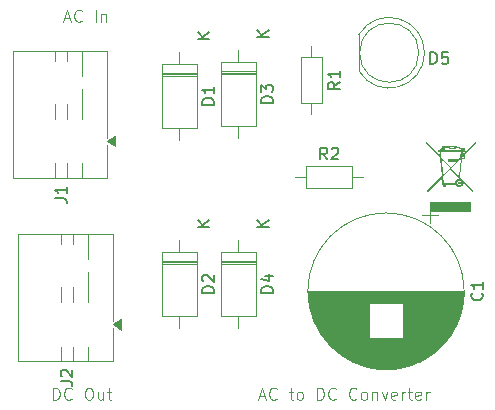
<source format=gbr>
%TF.GenerationSoftware,KiCad,Pcbnew,9.0.7*%
%TF.CreationDate,2026-02-22T20:56:26+05:30*%
%TF.ProjectId,555_timer,3535355f-7469-46d6-9572-2e6b69636164,rev?*%
%TF.SameCoordinates,Original*%
%TF.FileFunction,Legend,Top*%
%TF.FilePolarity,Positive*%
%FSLAX46Y46*%
G04 Gerber Fmt 4.6, Leading zero omitted, Abs format (unit mm)*
G04 Created by KiCad (PCBNEW 9.0.7) date 2026-02-22 20:56:26*
%MOMM*%
%LPD*%
G01*
G04 APERTURE LIST*
%ADD10C,0.100000*%
%ADD11C,0.150000*%
%ADD12C,0.120000*%
%ADD13C,0.000000*%
G04 APERTURE END LIST*
D10*
X143256265Y-110086704D02*
X143732455Y-110086704D01*
X143161027Y-110372419D02*
X143494360Y-109372419D01*
X143494360Y-109372419D02*
X143827693Y-110372419D01*
X144732455Y-110277180D02*
X144684836Y-110324800D01*
X144684836Y-110324800D02*
X144541979Y-110372419D01*
X144541979Y-110372419D02*
X144446741Y-110372419D01*
X144446741Y-110372419D02*
X144303884Y-110324800D01*
X144303884Y-110324800D02*
X144208646Y-110229561D01*
X144208646Y-110229561D02*
X144161027Y-110134323D01*
X144161027Y-110134323D02*
X144113408Y-109943847D01*
X144113408Y-109943847D02*
X144113408Y-109800990D01*
X144113408Y-109800990D02*
X144161027Y-109610514D01*
X144161027Y-109610514D02*
X144208646Y-109515276D01*
X144208646Y-109515276D02*
X144303884Y-109420038D01*
X144303884Y-109420038D02*
X144446741Y-109372419D01*
X144446741Y-109372419D02*
X144541979Y-109372419D01*
X144541979Y-109372419D02*
X144684836Y-109420038D01*
X144684836Y-109420038D02*
X144732455Y-109467657D01*
X145780075Y-109705752D02*
X146161027Y-109705752D01*
X145922932Y-109372419D02*
X145922932Y-110229561D01*
X145922932Y-110229561D02*
X145970551Y-110324800D01*
X145970551Y-110324800D02*
X146065789Y-110372419D01*
X146065789Y-110372419D02*
X146161027Y-110372419D01*
X146637218Y-110372419D02*
X146541980Y-110324800D01*
X146541980Y-110324800D02*
X146494361Y-110277180D01*
X146494361Y-110277180D02*
X146446742Y-110181942D01*
X146446742Y-110181942D02*
X146446742Y-109896228D01*
X146446742Y-109896228D02*
X146494361Y-109800990D01*
X146494361Y-109800990D02*
X146541980Y-109753371D01*
X146541980Y-109753371D02*
X146637218Y-109705752D01*
X146637218Y-109705752D02*
X146780075Y-109705752D01*
X146780075Y-109705752D02*
X146875313Y-109753371D01*
X146875313Y-109753371D02*
X146922932Y-109800990D01*
X146922932Y-109800990D02*
X146970551Y-109896228D01*
X146970551Y-109896228D02*
X146970551Y-110181942D01*
X146970551Y-110181942D02*
X146922932Y-110277180D01*
X146922932Y-110277180D02*
X146875313Y-110324800D01*
X146875313Y-110324800D02*
X146780075Y-110372419D01*
X146780075Y-110372419D02*
X146637218Y-110372419D01*
X148161028Y-110372419D02*
X148161028Y-109372419D01*
X148161028Y-109372419D02*
X148399123Y-109372419D01*
X148399123Y-109372419D02*
X148541980Y-109420038D01*
X148541980Y-109420038D02*
X148637218Y-109515276D01*
X148637218Y-109515276D02*
X148684837Y-109610514D01*
X148684837Y-109610514D02*
X148732456Y-109800990D01*
X148732456Y-109800990D02*
X148732456Y-109943847D01*
X148732456Y-109943847D02*
X148684837Y-110134323D01*
X148684837Y-110134323D02*
X148637218Y-110229561D01*
X148637218Y-110229561D02*
X148541980Y-110324800D01*
X148541980Y-110324800D02*
X148399123Y-110372419D01*
X148399123Y-110372419D02*
X148161028Y-110372419D01*
X149732456Y-110277180D02*
X149684837Y-110324800D01*
X149684837Y-110324800D02*
X149541980Y-110372419D01*
X149541980Y-110372419D02*
X149446742Y-110372419D01*
X149446742Y-110372419D02*
X149303885Y-110324800D01*
X149303885Y-110324800D02*
X149208647Y-110229561D01*
X149208647Y-110229561D02*
X149161028Y-110134323D01*
X149161028Y-110134323D02*
X149113409Y-109943847D01*
X149113409Y-109943847D02*
X149113409Y-109800990D01*
X149113409Y-109800990D02*
X149161028Y-109610514D01*
X149161028Y-109610514D02*
X149208647Y-109515276D01*
X149208647Y-109515276D02*
X149303885Y-109420038D01*
X149303885Y-109420038D02*
X149446742Y-109372419D01*
X149446742Y-109372419D02*
X149541980Y-109372419D01*
X149541980Y-109372419D02*
X149684837Y-109420038D01*
X149684837Y-109420038D02*
X149732456Y-109467657D01*
X151494361Y-110277180D02*
X151446742Y-110324800D01*
X151446742Y-110324800D02*
X151303885Y-110372419D01*
X151303885Y-110372419D02*
X151208647Y-110372419D01*
X151208647Y-110372419D02*
X151065790Y-110324800D01*
X151065790Y-110324800D02*
X150970552Y-110229561D01*
X150970552Y-110229561D02*
X150922933Y-110134323D01*
X150922933Y-110134323D02*
X150875314Y-109943847D01*
X150875314Y-109943847D02*
X150875314Y-109800990D01*
X150875314Y-109800990D02*
X150922933Y-109610514D01*
X150922933Y-109610514D02*
X150970552Y-109515276D01*
X150970552Y-109515276D02*
X151065790Y-109420038D01*
X151065790Y-109420038D02*
X151208647Y-109372419D01*
X151208647Y-109372419D02*
X151303885Y-109372419D01*
X151303885Y-109372419D02*
X151446742Y-109420038D01*
X151446742Y-109420038D02*
X151494361Y-109467657D01*
X152065790Y-110372419D02*
X151970552Y-110324800D01*
X151970552Y-110324800D02*
X151922933Y-110277180D01*
X151922933Y-110277180D02*
X151875314Y-110181942D01*
X151875314Y-110181942D02*
X151875314Y-109896228D01*
X151875314Y-109896228D02*
X151922933Y-109800990D01*
X151922933Y-109800990D02*
X151970552Y-109753371D01*
X151970552Y-109753371D02*
X152065790Y-109705752D01*
X152065790Y-109705752D02*
X152208647Y-109705752D01*
X152208647Y-109705752D02*
X152303885Y-109753371D01*
X152303885Y-109753371D02*
X152351504Y-109800990D01*
X152351504Y-109800990D02*
X152399123Y-109896228D01*
X152399123Y-109896228D02*
X152399123Y-110181942D01*
X152399123Y-110181942D02*
X152351504Y-110277180D01*
X152351504Y-110277180D02*
X152303885Y-110324800D01*
X152303885Y-110324800D02*
X152208647Y-110372419D01*
X152208647Y-110372419D02*
X152065790Y-110372419D01*
X152827695Y-109705752D02*
X152827695Y-110372419D01*
X152827695Y-109800990D02*
X152875314Y-109753371D01*
X152875314Y-109753371D02*
X152970552Y-109705752D01*
X152970552Y-109705752D02*
X153113409Y-109705752D01*
X153113409Y-109705752D02*
X153208647Y-109753371D01*
X153208647Y-109753371D02*
X153256266Y-109848609D01*
X153256266Y-109848609D02*
X153256266Y-110372419D01*
X153637219Y-109705752D02*
X153875314Y-110372419D01*
X153875314Y-110372419D02*
X154113409Y-109705752D01*
X154875314Y-110324800D02*
X154780076Y-110372419D01*
X154780076Y-110372419D02*
X154589600Y-110372419D01*
X154589600Y-110372419D02*
X154494362Y-110324800D01*
X154494362Y-110324800D02*
X154446743Y-110229561D01*
X154446743Y-110229561D02*
X154446743Y-109848609D01*
X154446743Y-109848609D02*
X154494362Y-109753371D01*
X154494362Y-109753371D02*
X154589600Y-109705752D01*
X154589600Y-109705752D02*
X154780076Y-109705752D01*
X154780076Y-109705752D02*
X154875314Y-109753371D01*
X154875314Y-109753371D02*
X154922933Y-109848609D01*
X154922933Y-109848609D02*
X154922933Y-109943847D01*
X154922933Y-109943847D02*
X154446743Y-110039085D01*
X155351505Y-110372419D02*
X155351505Y-109705752D01*
X155351505Y-109896228D02*
X155399124Y-109800990D01*
X155399124Y-109800990D02*
X155446743Y-109753371D01*
X155446743Y-109753371D02*
X155541981Y-109705752D01*
X155541981Y-109705752D02*
X155637219Y-109705752D01*
X155827696Y-109705752D02*
X156208648Y-109705752D01*
X155970553Y-109372419D02*
X155970553Y-110229561D01*
X155970553Y-110229561D02*
X156018172Y-110324800D01*
X156018172Y-110324800D02*
X156113410Y-110372419D01*
X156113410Y-110372419D02*
X156208648Y-110372419D01*
X156922934Y-110324800D02*
X156827696Y-110372419D01*
X156827696Y-110372419D02*
X156637220Y-110372419D01*
X156637220Y-110372419D02*
X156541982Y-110324800D01*
X156541982Y-110324800D02*
X156494363Y-110229561D01*
X156494363Y-110229561D02*
X156494363Y-109848609D01*
X156494363Y-109848609D02*
X156541982Y-109753371D01*
X156541982Y-109753371D02*
X156637220Y-109705752D01*
X156637220Y-109705752D02*
X156827696Y-109705752D01*
X156827696Y-109705752D02*
X156922934Y-109753371D01*
X156922934Y-109753371D02*
X156970553Y-109848609D01*
X156970553Y-109848609D02*
X156970553Y-109943847D01*
X156970553Y-109943847D02*
X156494363Y-110039085D01*
X157399125Y-110372419D02*
X157399125Y-109705752D01*
X157399125Y-109896228D02*
X157446744Y-109800990D01*
X157446744Y-109800990D02*
X157494363Y-109753371D01*
X157494363Y-109753371D02*
X157589601Y-109705752D01*
X157589601Y-109705752D02*
X157684839Y-109705752D01*
X126756265Y-78086704D02*
X127232455Y-78086704D01*
X126661027Y-78372419D02*
X126994360Y-77372419D01*
X126994360Y-77372419D02*
X127327693Y-78372419D01*
X128232455Y-78277180D02*
X128184836Y-78324800D01*
X128184836Y-78324800D02*
X128041979Y-78372419D01*
X128041979Y-78372419D02*
X127946741Y-78372419D01*
X127946741Y-78372419D02*
X127803884Y-78324800D01*
X127803884Y-78324800D02*
X127708646Y-78229561D01*
X127708646Y-78229561D02*
X127661027Y-78134323D01*
X127661027Y-78134323D02*
X127613408Y-77943847D01*
X127613408Y-77943847D02*
X127613408Y-77800990D01*
X127613408Y-77800990D02*
X127661027Y-77610514D01*
X127661027Y-77610514D02*
X127708646Y-77515276D01*
X127708646Y-77515276D02*
X127803884Y-77420038D01*
X127803884Y-77420038D02*
X127946741Y-77372419D01*
X127946741Y-77372419D02*
X128041979Y-77372419D01*
X128041979Y-77372419D02*
X128184836Y-77420038D01*
X128184836Y-77420038D02*
X128232455Y-77467657D01*
X129422932Y-78372419D02*
X129422932Y-77372419D01*
X129899122Y-77705752D02*
X129899122Y-78372419D01*
X129899122Y-77800990D02*
X129946741Y-77753371D01*
X129946741Y-77753371D02*
X130041979Y-77705752D01*
X130041979Y-77705752D02*
X130184836Y-77705752D01*
X130184836Y-77705752D02*
X130280074Y-77753371D01*
X130280074Y-77753371D02*
X130327693Y-77848609D01*
X130327693Y-77848609D02*
X130327693Y-78372419D01*
X125803884Y-110372419D02*
X125803884Y-109372419D01*
X125803884Y-109372419D02*
X126041979Y-109372419D01*
X126041979Y-109372419D02*
X126184836Y-109420038D01*
X126184836Y-109420038D02*
X126280074Y-109515276D01*
X126280074Y-109515276D02*
X126327693Y-109610514D01*
X126327693Y-109610514D02*
X126375312Y-109800990D01*
X126375312Y-109800990D02*
X126375312Y-109943847D01*
X126375312Y-109943847D02*
X126327693Y-110134323D01*
X126327693Y-110134323D02*
X126280074Y-110229561D01*
X126280074Y-110229561D02*
X126184836Y-110324800D01*
X126184836Y-110324800D02*
X126041979Y-110372419D01*
X126041979Y-110372419D02*
X125803884Y-110372419D01*
X127375312Y-110277180D02*
X127327693Y-110324800D01*
X127327693Y-110324800D02*
X127184836Y-110372419D01*
X127184836Y-110372419D02*
X127089598Y-110372419D01*
X127089598Y-110372419D02*
X126946741Y-110324800D01*
X126946741Y-110324800D02*
X126851503Y-110229561D01*
X126851503Y-110229561D02*
X126803884Y-110134323D01*
X126803884Y-110134323D02*
X126756265Y-109943847D01*
X126756265Y-109943847D02*
X126756265Y-109800990D01*
X126756265Y-109800990D02*
X126803884Y-109610514D01*
X126803884Y-109610514D02*
X126851503Y-109515276D01*
X126851503Y-109515276D02*
X126946741Y-109420038D01*
X126946741Y-109420038D02*
X127089598Y-109372419D01*
X127089598Y-109372419D02*
X127184836Y-109372419D01*
X127184836Y-109372419D02*
X127327693Y-109420038D01*
X127327693Y-109420038D02*
X127375312Y-109467657D01*
X128756265Y-109372419D02*
X128946741Y-109372419D01*
X128946741Y-109372419D02*
X129041979Y-109420038D01*
X129041979Y-109420038D02*
X129137217Y-109515276D01*
X129137217Y-109515276D02*
X129184836Y-109705752D01*
X129184836Y-109705752D02*
X129184836Y-110039085D01*
X129184836Y-110039085D02*
X129137217Y-110229561D01*
X129137217Y-110229561D02*
X129041979Y-110324800D01*
X129041979Y-110324800D02*
X128946741Y-110372419D01*
X128946741Y-110372419D02*
X128756265Y-110372419D01*
X128756265Y-110372419D02*
X128661027Y-110324800D01*
X128661027Y-110324800D02*
X128565789Y-110229561D01*
X128565789Y-110229561D02*
X128518170Y-110039085D01*
X128518170Y-110039085D02*
X128518170Y-109705752D01*
X128518170Y-109705752D02*
X128565789Y-109515276D01*
X128565789Y-109515276D02*
X128661027Y-109420038D01*
X128661027Y-109420038D02*
X128756265Y-109372419D01*
X130041979Y-109705752D02*
X130041979Y-110372419D01*
X129613408Y-109705752D02*
X129613408Y-110229561D01*
X129613408Y-110229561D02*
X129661027Y-110324800D01*
X129661027Y-110324800D02*
X129756265Y-110372419D01*
X129756265Y-110372419D02*
X129899122Y-110372419D01*
X129899122Y-110372419D02*
X129994360Y-110324800D01*
X129994360Y-110324800D02*
X130041979Y-110277180D01*
X130375313Y-109705752D02*
X130756265Y-109705752D01*
X130518170Y-109372419D02*
X130518170Y-110229561D01*
X130518170Y-110229561D02*
X130565789Y-110324800D01*
X130565789Y-110324800D02*
X130661027Y-110372419D01*
X130661027Y-110372419D02*
X130756265Y-110372419D01*
D11*
X144424819Y-85238094D02*
X143424819Y-85238094D01*
X143424819Y-85238094D02*
X143424819Y-84999999D01*
X143424819Y-84999999D02*
X143472438Y-84857142D01*
X143472438Y-84857142D02*
X143567676Y-84761904D01*
X143567676Y-84761904D02*
X143662914Y-84714285D01*
X143662914Y-84714285D02*
X143853390Y-84666666D01*
X143853390Y-84666666D02*
X143996247Y-84666666D01*
X143996247Y-84666666D02*
X144186723Y-84714285D01*
X144186723Y-84714285D02*
X144281961Y-84761904D01*
X144281961Y-84761904D02*
X144377200Y-84857142D01*
X144377200Y-84857142D02*
X144424819Y-84999999D01*
X144424819Y-84999999D02*
X144424819Y-85238094D01*
X143424819Y-84333332D02*
X143424819Y-83714285D01*
X143424819Y-83714285D02*
X143805771Y-84047618D01*
X143805771Y-84047618D02*
X143805771Y-83904761D01*
X143805771Y-83904761D02*
X143853390Y-83809523D01*
X143853390Y-83809523D02*
X143901009Y-83761904D01*
X143901009Y-83761904D02*
X143996247Y-83714285D01*
X143996247Y-83714285D02*
X144234342Y-83714285D01*
X144234342Y-83714285D02*
X144329580Y-83761904D01*
X144329580Y-83761904D02*
X144377200Y-83809523D01*
X144377200Y-83809523D02*
X144424819Y-83904761D01*
X144424819Y-83904761D02*
X144424819Y-84190475D01*
X144424819Y-84190475D02*
X144377200Y-84285713D01*
X144377200Y-84285713D02*
X144329580Y-84333332D01*
X144054819Y-79681904D02*
X143054819Y-79681904D01*
X144054819Y-79110476D02*
X143483390Y-79539047D01*
X143054819Y-79110476D02*
X143626247Y-79681904D01*
X157761905Y-81954819D02*
X157761905Y-80954819D01*
X157761905Y-80954819D02*
X158000000Y-80954819D01*
X158000000Y-80954819D02*
X158142857Y-81002438D01*
X158142857Y-81002438D02*
X158238095Y-81097676D01*
X158238095Y-81097676D02*
X158285714Y-81192914D01*
X158285714Y-81192914D02*
X158333333Y-81383390D01*
X158333333Y-81383390D02*
X158333333Y-81526247D01*
X158333333Y-81526247D02*
X158285714Y-81716723D01*
X158285714Y-81716723D02*
X158238095Y-81811961D01*
X158238095Y-81811961D02*
X158142857Y-81907200D01*
X158142857Y-81907200D02*
X158000000Y-81954819D01*
X158000000Y-81954819D02*
X157761905Y-81954819D01*
X159238095Y-80954819D02*
X158761905Y-80954819D01*
X158761905Y-80954819D02*
X158714286Y-81431009D01*
X158714286Y-81431009D02*
X158761905Y-81383390D01*
X158761905Y-81383390D02*
X158857143Y-81335771D01*
X158857143Y-81335771D02*
X159095238Y-81335771D01*
X159095238Y-81335771D02*
X159190476Y-81383390D01*
X159190476Y-81383390D02*
X159238095Y-81431009D01*
X159238095Y-81431009D02*
X159285714Y-81526247D01*
X159285714Y-81526247D02*
X159285714Y-81764342D01*
X159285714Y-81764342D02*
X159238095Y-81859580D01*
X159238095Y-81859580D02*
X159190476Y-81907200D01*
X159190476Y-81907200D02*
X159095238Y-81954819D01*
X159095238Y-81954819D02*
X158857143Y-81954819D01*
X158857143Y-81954819D02*
X158761905Y-81907200D01*
X158761905Y-81907200D02*
X158714286Y-81859580D01*
X139424819Y-85398094D02*
X138424819Y-85398094D01*
X138424819Y-85398094D02*
X138424819Y-85159999D01*
X138424819Y-85159999D02*
X138472438Y-85017142D01*
X138472438Y-85017142D02*
X138567676Y-84921904D01*
X138567676Y-84921904D02*
X138662914Y-84874285D01*
X138662914Y-84874285D02*
X138853390Y-84826666D01*
X138853390Y-84826666D02*
X138996247Y-84826666D01*
X138996247Y-84826666D02*
X139186723Y-84874285D01*
X139186723Y-84874285D02*
X139281961Y-84921904D01*
X139281961Y-84921904D02*
X139377200Y-85017142D01*
X139377200Y-85017142D02*
X139424819Y-85159999D01*
X139424819Y-85159999D02*
X139424819Y-85398094D01*
X139424819Y-83874285D02*
X139424819Y-84445713D01*
X139424819Y-84159999D02*
X138424819Y-84159999D01*
X138424819Y-84159999D02*
X138567676Y-84255237D01*
X138567676Y-84255237D02*
X138662914Y-84350475D01*
X138662914Y-84350475D02*
X138710533Y-84445713D01*
X139054819Y-79841904D02*
X138054819Y-79841904D01*
X139054819Y-79270476D02*
X138483390Y-79699047D01*
X138054819Y-79270476D02*
X138626247Y-79841904D01*
X144424819Y-101318094D02*
X143424819Y-101318094D01*
X143424819Y-101318094D02*
X143424819Y-101079999D01*
X143424819Y-101079999D02*
X143472438Y-100937142D01*
X143472438Y-100937142D02*
X143567676Y-100841904D01*
X143567676Y-100841904D02*
X143662914Y-100794285D01*
X143662914Y-100794285D02*
X143853390Y-100746666D01*
X143853390Y-100746666D02*
X143996247Y-100746666D01*
X143996247Y-100746666D02*
X144186723Y-100794285D01*
X144186723Y-100794285D02*
X144281961Y-100841904D01*
X144281961Y-100841904D02*
X144377200Y-100937142D01*
X144377200Y-100937142D02*
X144424819Y-101079999D01*
X144424819Y-101079999D02*
X144424819Y-101318094D01*
X143758152Y-99889523D02*
X144424819Y-99889523D01*
X143377200Y-100127618D02*
X144091485Y-100365713D01*
X144091485Y-100365713D02*
X144091485Y-99746666D01*
X144054819Y-95761904D02*
X143054819Y-95761904D01*
X144054819Y-95190476D02*
X143483390Y-95619047D01*
X143054819Y-95190476D02*
X143626247Y-95761904D01*
X139424819Y-101318094D02*
X138424819Y-101318094D01*
X138424819Y-101318094D02*
X138424819Y-101079999D01*
X138424819Y-101079999D02*
X138472438Y-100937142D01*
X138472438Y-100937142D02*
X138567676Y-100841904D01*
X138567676Y-100841904D02*
X138662914Y-100794285D01*
X138662914Y-100794285D02*
X138853390Y-100746666D01*
X138853390Y-100746666D02*
X138996247Y-100746666D01*
X138996247Y-100746666D02*
X139186723Y-100794285D01*
X139186723Y-100794285D02*
X139281961Y-100841904D01*
X139281961Y-100841904D02*
X139377200Y-100937142D01*
X139377200Y-100937142D02*
X139424819Y-101079999D01*
X139424819Y-101079999D02*
X139424819Y-101318094D01*
X138520057Y-100365713D02*
X138472438Y-100318094D01*
X138472438Y-100318094D02*
X138424819Y-100222856D01*
X138424819Y-100222856D02*
X138424819Y-99984761D01*
X138424819Y-99984761D02*
X138472438Y-99889523D01*
X138472438Y-99889523D02*
X138520057Y-99841904D01*
X138520057Y-99841904D02*
X138615295Y-99794285D01*
X138615295Y-99794285D02*
X138710533Y-99794285D01*
X138710533Y-99794285D02*
X138853390Y-99841904D01*
X138853390Y-99841904D02*
X139424819Y-100413332D01*
X139424819Y-100413332D02*
X139424819Y-99794285D01*
X139054819Y-95761904D02*
X138054819Y-95761904D01*
X139054819Y-95190476D02*
X138483390Y-95619047D01*
X138054819Y-95190476D02*
X138626247Y-95761904D01*
X126454819Y-108833333D02*
X127169104Y-108833333D01*
X127169104Y-108833333D02*
X127311961Y-108880952D01*
X127311961Y-108880952D02*
X127407200Y-108976190D01*
X127407200Y-108976190D02*
X127454819Y-109119047D01*
X127454819Y-109119047D02*
X127454819Y-109214285D01*
X126550057Y-108404761D02*
X126502438Y-108357142D01*
X126502438Y-108357142D02*
X126454819Y-108261904D01*
X126454819Y-108261904D02*
X126454819Y-108023809D01*
X126454819Y-108023809D02*
X126502438Y-107928571D01*
X126502438Y-107928571D02*
X126550057Y-107880952D01*
X126550057Y-107880952D02*
X126645295Y-107833333D01*
X126645295Y-107833333D02*
X126740533Y-107833333D01*
X126740533Y-107833333D02*
X126883390Y-107880952D01*
X126883390Y-107880952D02*
X127454819Y-108452380D01*
X127454819Y-108452380D02*
X127454819Y-107833333D01*
X150064819Y-83476666D02*
X149588628Y-83809999D01*
X150064819Y-84048094D02*
X149064819Y-84048094D01*
X149064819Y-84048094D02*
X149064819Y-83667142D01*
X149064819Y-83667142D02*
X149112438Y-83571904D01*
X149112438Y-83571904D02*
X149160057Y-83524285D01*
X149160057Y-83524285D02*
X149255295Y-83476666D01*
X149255295Y-83476666D02*
X149398152Y-83476666D01*
X149398152Y-83476666D02*
X149493390Y-83524285D01*
X149493390Y-83524285D02*
X149541009Y-83571904D01*
X149541009Y-83571904D02*
X149588628Y-83667142D01*
X149588628Y-83667142D02*
X149588628Y-84048094D01*
X150064819Y-82524285D02*
X150064819Y-83095713D01*
X150064819Y-82809999D02*
X149064819Y-82809999D01*
X149064819Y-82809999D02*
X149207676Y-82905237D01*
X149207676Y-82905237D02*
X149302914Y-83000475D01*
X149302914Y-83000475D02*
X149350533Y-83095713D01*
X125954819Y-93333333D02*
X126669104Y-93333333D01*
X126669104Y-93333333D02*
X126811961Y-93380952D01*
X126811961Y-93380952D02*
X126907200Y-93476190D01*
X126907200Y-93476190D02*
X126954819Y-93619047D01*
X126954819Y-93619047D02*
X126954819Y-93714285D01*
X126954819Y-92333333D02*
X126954819Y-92904761D01*
X126954819Y-92619047D02*
X125954819Y-92619047D01*
X125954819Y-92619047D02*
X126097676Y-92714285D01*
X126097676Y-92714285D02*
X126192914Y-92809523D01*
X126192914Y-92809523D02*
X126240533Y-92904761D01*
X162109580Y-101351451D02*
X162157200Y-101399070D01*
X162157200Y-101399070D02*
X162204819Y-101541927D01*
X162204819Y-101541927D02*
X162204819Y-101637165D01*
X162204819Y-101637165D02*
X162157200Y-101780022D01*
X162157200Y-101780022D02*
X162061961Y-101875260D01*
X162061961Y-101875260D02*
X161966723Y-101922879D01*
X161966723Y-101922879D02*
X161776247Y-101970498D01*
X161776247Y-101970498D02*
X161633390Y-101970498D01*
X161633390Y-101970498D02*
X161442914Y-101922879D01*
X161442914Y-101922879D02*
X161347676Y-101875260D01*
X161347676Y-101875260D02*
X161252438Y-101780022D01*
X161252438Y-101780022D02*
X161204819Y-101637165D01*
X161204819Y-101637165D02*
X161204819Y-101541927D01*
X161204819Y-101541927D02*
X161252438Y-101399070D01*
X161252438Y-101399070D02*
X161300057Y-101351451D01*
X162204819Y-100399070D02*
X162204819Y-100970498D01*
X162204819Y-100684784D02*
X161204819Y-100684784D01*
X161204819Y-100684784D02*
X161347676Y-100780022D01*
X161347676Y-100780022D02*
X161442914Y-100875260D01*
X161442914Y-100875260D02*
X161490533Y-100970498D01*
X149023333Y-90034819D02*
X148690000Y-89558628D01*
X148451905Y-90034819D02*
X148451905Y-89034819D01*
X148451905Y-89034819D02*
X148832857Y-89034819D01*
X148832857Y-89034819D02*
X148928095Y-89082438D01*
X148928095Y-89082438D02*
X148975714Y-89130057D01*
X148975714Y-89130057D02*
X149023333Y-89225295D01*
X149023333Y-89225295D02*
X149023333Y-89368152D01*
X149023333Y-89368152D02*
X148975714Y-89463390D01*
X148975714Y-89463390D02*
X148928095Y-89511009D01*
X148928095Y-89511009D02*
X148832857Y-89558628D01*
X148832857Y-89558628D02*
X148451905Y-89558628D01*
X149404286Y-89130057D02*
X149451905Y-89082438D01*
X149451905Y-89082438D02*
X149547143Y-89034819D01*
X149547143Y-89034819D02*
X149785238Y-89034819D01*
X149785238Y-89034819D02*
X149880476Y-89082438D01*
X149880476Y-89082438D02*
X149928095Y-89130057D01*
X149928095Y-89130057D02*
X149975714Y-89225295D01*
X149975714Y-89225295D02*
X149975714Y-89320533D01*
X149975714Y-89320533D02*
X149928095Y-89463390D01*
X149928095Y-89463390D02*
X149356667Y-90034819D01*
X149356667Y-90034819D02*
X149975714Y-90034819D01*
D12*
%TO.C,D3*%
X141500000Y-80760000D02*
X141500000Y-81780000D01*
X141500000Y-88240000D02*
X141500000Y-87220000D01*
X142970000Y-82560000D02*
X140030000Y-82560000D01*
X142970000Y-82680000D02*
X140030000Y-82680000D01*
X142970000Y-82800000D02*
X140030000Y-82800000D01*
X142970000Y-81780000D02*
X140030000Y-81780000D01*
X140030000Y-87220000D01*
X142970000Y-87220000D01*
X142970000Y-81780000D01*
%TO.C,D5*%
X151710000Y-79455000D02*
X151710000Y-82545000D01*
X151710000Y-79455170D02*
G75*
G02*
X157260000Y-81000000I2560000J-1544830D01*
G01*
X157260000Y-81000000D02*
G75*
G02*
X151710000Y-82544830I-2990000J0D01*
G01*
X156770000Y-81000000D02*
G75*
G02*
X151770000Y-81000000I-2500000J0D01*
G01*
X151770000Y-81000000D02*
G75*
G02*
X156770000Y-81000000I2500000J0D01*
G01*
%TO.C,D1*%
X136500000Y-80920000D02*
X136500000Y-81940000D01*
X136500000Y-88400000D02*
X136500000Y-87380000D01*
X137970000Y-82720000D02*
X135030000Y-82720000D01*
X137970000Y-82840000D02*
X135030000Y-82840000D01*
X137970000Y-82960000D02*
X135030000Y-82960000D01*
X137970000Y-81940000D02*
X135030000Y-81940000D01*
X135030000Y-87380000D01*
X137970000Y-87380000D01*
X137970000Y-81940000D01*
%TO.C,D4*%
X141500000Y-96840000D02*
X141500000Y-97860000D01*
X141500000Y-104320000D02*
X141500000Y-103300000D01*
X142970000Y-98640000D02*
X140030000Y-98640000D01*
X142970000Y-98760000D02*
X140030000Y-98760000D01*
X142970000Y-98880000D02*
X140030000Y-98880000D01*
X142970000Y-97860000D02*
X140030000Y-97860000D01*
X140030000Y-103300000D01*
X142970000Y-103300000D01*
X142970000Y-97860000D01*
%TO.C,D2*%
X136500000Y-96840000D02*
X136500000Y-97860000D01*
X136500000Y-104320000D02*
X136500000Y-103300000D01*
X137970000Y-98640000D02*
X135030000Y-98640000D01*
X137970000Y-98760000D02*
X135030000Y-98760000D01*
X137970000Y-98880000D02*
X135030000Y-98880000D01*
X137970000Y-97860000D02*
X135030000Y-97860000D01*
X135030000Y-103300000D01*
X137970000Y-103300000D01*
X137970000Y-97860000D01*
D13*
%TO.C,REF\u002A\u002A*%
G36*
X161229339Y-94492414D02*
G01*
X157733777Y-94492414D01*
X157733777Y-93641218D01*
X161229339Y-93641218D01*
X161229339Y-94492414D01*
G37*
G36*
X160209894Y-91910495D02*
G01*
X160215855Y-91910949D01*
X160221729Y-91911695D01*
X160227508Y-91912727D01*
X160233187Y-91914038D01*
X160238756Y-91915620D01*
X160244210Y-91917465D01*
X160249540Y-91919567D01*
X160254739Y-91921917D01*
X160259800Y-91924509D01*
X160264715Y-91927336D01*
X160269477Y-91930389D01*
X160274079Y-91933661D01*
X160278513Y-91937146D01*
X160282772Y-91940835D01*
X160286848Y-91944721D01*
X160290735Y-91948798D01*
X160294424Y-91953057D01*
X160297908Y-91957491D01*
X160301181Y-91962093D01*
X160304234Y-91966855D01*
X160307060Y-91971770D01*
X160309652Y-91976831D01*
X160312003Y-91982030D01*
X160314105Y-91987360D01*
X160315950Y-91992813D01*
X160317532Y-91998383D01*
X160318842Y-92004061D01*
X160319875Y-92009841D01*
X160320621Y-92015715D01*
X160321074Y-92021675D01*
X160321227Y-92027715D01*
X160321074Y-92033755D01*
X160320621Y-92039715D01*
X160319875Y-92045589D01*
X160318842Y-92051368D01*
X160317532Y-92057046D01*
X160315950Y-92062616D01*
X160314105Y-92068069D01*
X160312003Y-92073399D01*
X160309652Y-92078597D01*
X160307060Y-92083658D01*
X160304234Y-92088573D01*
X160301181Y-92093334D01*
X160297908Y-92097936D01*
X160294424Y-92102369D01*
X160290735Y-92106628D01*
X160286848Y-92110703D01*
X160282772Y-92114589D01*
X160278513Y-92118278D01*
X160274079Y-92121762D01*
X160269477Y-92125034D01*
X160264715Y-92128087D01*
X160259800Y-92130913D01*
X160254739Y-92133504D01*
X160249540Y-92135855D01*
X160244210Y-92137956D01*
X160238756Y-92139801D01*
X160233187Y-92141383D01*
X160227508Y-92142693D01*
X160221729Y-92143725D01*
X160215855Y-92144471D01*
X160209894Y-92144925D01*
X160203855Y-92145077D01*
X160197815Y-92144925D01*
X160191855Y-92144471D01*
X160185981Y-92143725D01*
X160180201Y-92142693D01*
X160174523Y-92141383D01*
X160168953Y-92139801D01*
X160163500Y-92137956D01*
X160158170Y-92135855D01*
X160152970Y-92133504D01*
X160147910Y-92130913D01*
X160142994Y-92128087D01*
X160138232Y-92125034D01*
X160133630Y-92121762D01*
X160129196Y-92118278D01*
X160124937Y-92114589D01*
X160120861Y-92110703D01*
X160116975Y-92106628D01*
X160113285Y-92102369D01*
X160109801Y-92097936D01*
X160106528Y-92093334D01*
X160103475Y-92088572D01*
X160100649Y-92083658D01*
X160098057Y-92078597D01*
X160095706Y-92073399D01*
X160093605Y-92068069D01*
X160091759Y-92062616D01*
X160090178Y-92057046D01*
X160088867Y-92051368D01*
X160087835Y-92045589D01*
X160087088Y-92039715D01*
X160086635Y-92033755D01*
X160086482Y-92027715D01*
X160086635Y-92021676D01*
X160087088Y-92015715D01*
X160087835Y-92009841D01*
X160088867Y-92004062D01*
X160090178Y-91998383D01*
X160091759Y-91992814D01*
X160093605Y-91987360D01*
X160095706Y-91982030D01*
X160098057Y-91976831D01*
X160100649Y-91971770D01*
X160103475Y-91966855D01*
X160106528Y-91962093D01*
X160109801Y-91957491D01*
X160113285Y-91953057D01*
X160116975Y-91948798D01*
X160120861Y-91944722D01*
X160124937Y-91940835D01*
X160129196Y-91937146D01*
X160133630Y-91933661D01*
X160138232Y-91930389D01*
X160142994Y-91927336D01*
X160147910Y-91924510D01*
X160152970Y-91921917D01*
X160158170Y-91919567D01*
X160163500Y-91917465D01*
X160168953Y-91915620D01*
X160174523Y-91914038D01*
X160180201Y-91912727D01*
X160185981Y-91911695D01*
X160191855Y-91910949D01*
X160197815Y-91910495D01*
X160203855Y-91910343D01*
X160209894Y-91910495D01*
G37*
G36*
X161620808Y-88627235D02*
G01*
X160697785Y-89567430D01*
X160716999Y-89567430D01*
X160716999Y-89988117D01*
X160442209Y-89988117D01*
X160295478Y-91562478D01*
X161380875Y-92705587D01*
X161308868Y-92773925D01*
X160546551Y-91969773D01*
X160547664Y-91976862D01*
X160548634Y-91983998D01*
X160549459Y-91991180D01*
X160550138Y-91998405D01*
X160550669Y-92005672D01*
X160551050Y-92012981D01*
X160551280Y-92020329D01*
X160551357Y-92027715D01*
X160550905Y-92045598D01*
X160549563Y-92063246D01*
X160547353Y-92080637D01*
X160544297Y-92097750D01*
X160540417Y-92114562D01*
X160535734Y-92131052D01*
X160530271Y-92147198D01*
X160524049Y-92162979D01*
X160517090Y-92178371D01*
X160509416Y-92193355D01*
X160501049Y-92207907D01*
X160492010Y-92222005D01*
X160482322Y-92235629D01*
X160472006Y-92248756D01*
X160461084Y-92261365D01*
X160449578Y-92273433D01*
X160437510Y-92284938D01*
X160424902Y-92295860D01*
X160411774Y-92306176D01*
X160398150Y-92315864D01*
X160384052Y-92324902D01*
X160369500Y-92333269D01*
X160354516Y-92340942D01*
X160339124Y-92347901D01*
X160323344Y-92354123D01*
X160307198Y-92359586D01*
X160290708Y-92364268D01*
X160273896Y-92368148D01*
X160256784Y-92371204D01*
X160239393Y-92373413D01*
X160221746Y-92374755D01*
X160203864Y-92375207D01*
X160179092Y-92374338D01*
X160154788Y-92371769D01*
X160131012Y-92367559D01*
X160107821Y-92361766D01*
X160085276Y-92354449D01*
X160063433Y-92345666D01*
X160042352Y-92335475D01*
X160022091Y-92323936D01*
X160002709Y-92311106D01*
X159984264Y-92297045D01*
X159966814Y-92281810D01*
X159950419Y-92265460D01*
X159935136Y-92248054D01*
X159921024Y-92229649D01*
X159908143Y-92210305D01*
X159896549Y-92190080D01*
X159046771Y-92190080D01*
X159046771Y-92371608D01*
X158823196Y-92371608D01*
X158823196Y-92189617D01*
X158820746Y-92189211D01*
X158818305Y-92188684D01*
X158815879Y-92188039D01*
X158813471Y-92187282D01*
X158811085Y-92186415D01*
X158808726Y-92185442D01*
X158806396Y-92184366D01*
X158804101Y-92183192D01*
X158799629Y-92180563D01*
X158795342Y-92177582D01*
X158791272Y-92174280D01*
X158787450Y-92170687D01*
X158783909Y-92166830D01*
X158780680Y-92162739D01*
X158777795Y-92158445D01*
X158776492Y-92156230D01*
X158775287Y-92153975D01*
X158774184Y-92151684D01*
X158773188Y-92149360D01*
X158772301Y-92147007D01*
X158771528Y-92144628D01*
X158770874Y-92142228D01*
X158770341Y-92139809D01*
X158769934Y-92137377D01*
X158769658Y-92134933D01*
X158721921Y-91580073D01*
X157537530Y-92786503D01*
X157466728Y-92716928D01*
X158695348Y-91466662D01*
X158833250Y-91466662D01*
X158885100Y-92069440D01*
X159858826Y-92069440D01*
X159858252Y-92064297D01*
X159857752Y-92059133D01*
X159857327Y-92053946D01*
X159856978Y-92048740D01*
X159856706Y-92043512D01*
X159856510Y-92038265D01*
X159856392Y-92033000D01*
X159856352Y-92027715D01*
X160023131Y-92027715D01*
X160023366Y-92037015D01*
X160024064Y-92046193D01*
X160025213Y-92055237D01*
X160026802Y-92064136D01*
X160028820Y-92072880D01*
X160031255Y-92081456D01*
X160034096Y-92089853D01*
X160037332Y-92098060D01*
X160040951Y-92106065D01*
X160044942Y-92113857D01*
X160049293Y-92121425D01*
X160053994Y-92128758D01*
X160059032Y-92135844D01*
X160064397Y-92142671D01*
X160070077Y-92149228D01*
X160076061Y-92155505D01*
X160082337Y-92161489D01*
X160088895Y-92167169D01*
X160095722Y-92172534D01*
X160102807Y-92177573D01*
X160110140Y-92182274D01*
X160117708Y-92186626D01*
X160125500Y-92190617D01*
X160133506Y-92194236D01*
X160141713Y-92197472D01*
X160150110Y-92200313D01*
X160158686Y-92202749D01*
X160167430Y-92204767D01*
X160176330Y-92206356D01*
X160185375Y-92207506D01*
X160194554Y-92208204D01*
X160203854Y-92208439D01*
X160213154Y-92208204D01*
X160222332Y-92207506D01*
X160231376Y-92206356D01*
X160240276Y-92204767D01*
X160249019Y-92202749D01*
X160257595Y-92200313D01*
X160265992Y-92197472D01*
X160274199Y-92194236D01*
X160282204Y-92190617D01*
X160289997Y-92186626D01*
X160297565Y-92182274D01*
X160304897Y-92177573D01*
X160311983Y-92172534D01*
X160318810Y-92167169D01*
X160325368Y-92161489D01*
X160331644Y-92155505D01*
X160337628Y-92149228D01*
X160343309Y-92142671D01*
X160348674Y-92135844D01*
X160353712Y-92128758D01*
X160358413Y-92121425D01*
X160362765Y-92113857D01*
X160366756Y-92106065D01*
X160370375Y-92098060D01*
X160373611Y-92089853D01*
X160376453Y-92081456D01*
X160378888Y-92072880D01*
X160380906Y-92064136D01*
X160382496Y-92055237D01*
X160383645Y-92046193D01*
X160384343Y-92037015D01*
X160384578Y-92027715D01*
X160384343Y-92018415D01*
X160383645Y-92009236D01*
X160382496Y-92000191D01*
X160380906Y-91991291D01*
X160378888Y-91982547D01*
X160376453Y-91973971D01*
X160373611Y-91965574D01*
X160370375Y-91957366D01*
X160366756Y-91949361D01*
X160362765Y-91941568D01*
X160358413Y-91934000D01*
X160353712Y-91926668D01*
X160348674Y-91919582D01*
X160343309Y-91912755D01*
X160337628Y-91906198D01*
X160331644Y-91899922D01*
X160325368Y-91893938D01*
X160318810Y-91888258D01*
X160311983Y-91882893D01*
X160304897Y-91877854D01*
X160297565Y-91873154D01*
X160289997Y-91868802D01*
X160282204Y-91864812D01*
X160274199Y-91861193D01*
X160265992Y-91857957D01*
X160257595Y-91855116D01*
X160249019Y-91852681D01*
X160240276Y-91850663D01*
X160231376Y-91849074D01*
X160222332Y-91847924D01*
X160213154Y-91847226D01*
X160203854Y-91846991D01*
X160194554Y-91847226D01*
X160185375Y-91847924D01*
X160176331Y-91849074D01*
X160167430Y-91850663D01*
X160158687Y-91852681D01*
X160150110Y-91855116D01*
X160141713Y-91857957D01*
X160133506Y-91861193D01*
X160125500Y-91864812D01*
X160117708Y-91868802D01*
X160110140Y-91873154D01*
X160102807Y-91877854D01*
X160095722Y-91882893D01*
X160088895Y-91888258D01*
X160082337Y-91893938D01*
X160076061Y-91899922D01*
X160070077Y-91906198D01*
X160064397Y-91912755D01*
X160059032Y-91919582D01*
X160053994Y-91926668D01*
X160049293Y-91934000D01*
X160044942Y-91941568D01*
X160040951Y-91949361D01*
X160037332Y-91957366D01*
X160034096Y-91965574D01*
X160031255Y-91973971D01*
X160028820Y-91982547D01*
X160026802Y-91991291D01*
X160025213Y-92000191D01*
X160024064Y-92009236D01*
X160023366Y-92018415D01*
X160023131Y-92027715D01*
X159856352Y-92027715D01*
X159856742Y-92011109D01*
X159857900Y-91994704D01*
X159859808Y-91978517D01*
X159862449Y-91962567D01*
X159865806Y-91946869D01*
X159869860Y-91931442D01*
X159874595Y-91916304D01*
X159879994Y-91901471D01*
X159886038Y-91886961D01*
X159892710Y-91872792D01*
X159899993Y-91858980D01*
X159907869Y-91845545D01*
X159916321Y-91832502D01*
X159925332Y-91819870D01*
X159934883Y-91807665D01*
X159944958Y-91795906D01*
X159955539Y-91784610D01*
X159966609Y-91773794D01*
X159978150Y-91763476D01*
X159990144Y-91753673D01*
X160002574Y-91744402D01*
X160015424Y-91735682D01*
X160028674Y-91727529D01*
X160042308Y-91719961D01*
X160056309Y-91712996D01*
X160070658Y-91706651D01*
X160085339Y-91700943D01*
X160100334Y-91695890D01*
X160115626Y-91691509D01*
X160131196Y-91687818D01*
X160147029Y-91684835D01*
X160163105Y-91682576D01*
X160173059Y-91575790D01*
X159462239Y-90825971D01*
X158833250Y-91466662D01*
X158695348Y-91466662D01*
X158710811Y-91450928D01*
X158588783Y-90032325D01*
X158709876Y-90032325D01*
X158822161Y-91337617D01*
X159393077Y-90756637D01*
X159530306Y-90756637D01*
X160185124Y-91446273D01*
X160321016Y-89988117D01*
X160307613Y-89988117D01*
X160307613Y-89964852D01*
X159530306Y-90756637D01*
X159393077Y-90756637D01*
X159394826Y-90754857D01*
X158709876Y-90032325D01*
X158588783Y-90032325D01*
X158576698Y-89891838D01*
X157393162Y-88643362D01*
X157393162Y-88505871D01*
X158563497Y-89738432D01*
X158533091Y-89384957D01*
X158654186Y-89384957D01*
X158696654Y-89878667D01*
X159462862Y-90685615D01*
X159916074Y-90224430D01*
X159277112Y-90224430D01*
X159277112Y-89983130D01*
X160016103Y-89983130D01*
X160016103Y-90122632D01*
X160254902Y-89879632D01*
X160452303Y-89879632D01*
X160611411Y-89879632D01*
X160611411Y-89675935D01*
X160591272Y-89675935D01*
X160458707Y-89810962D01*
X160452303Y-89879632D01*
X160254902Y-89879632D01*
X160307613Y-89825993D01*
X160307613Y-89567451D01*
X160360217Y-89567451D01*
X160377218Y-89384957D01*
X158654186Y-89384957D01*
X158533091Y-89384957D01*
X158532661Y-89379960D01*
X158387318Y-89379960D01*
X158387318Y-89259310D01*
X158515197Y-89259310D01*
X158970490Y-89259310D01*
X160372483Y-89259310D01*
X160366864Y-89247341D01*
X160360344Y-89235769D01*
X160352951Y-89224589D01*
X160344715Y-89213794D01*
X160335665Y-89203377D01*
X160325829Y-89193332D01*
X160315238Y-89183652D01*
X160303921Y-89174330D01*
X160291906Y-89165360D01*
X160279224Y-89156736D01*
X160265903Y-89148451D01*
X160251973Y-89140498D01*
X160222400Y-89125564D01*
X160190741Y-89111880D01*
X160157229Y-89099394D01*
X160122098Y-89088055D01*
X160085583Y-89077809D01*
X160047916Y-89068604D01*
X160009332Y-89060387D01*
X159970064Y-89053107D01*
X159930348Y-89046710D01*
X159890426Y-89041146D01*
X159890426Y-89153752D01*
X159297240Y-89153752D01*
X159297240Y-89033102D01*
X159297240Y-89028457D01*
X159257367Y-89031714D01*
X159216719Y-89035631D01*
X159175545Y-89040258D01*
X159134095Y-89045644D01*
X159092615Y-89051842D01*
X159051356Y-89058900D01*
X159010564Y-89066870D01*
X158970490Y-89075802D01*
X158970490Y-89259310D01*
X158515197Y-89259310D01*
X158515200Y-89259300D01*
X158644192Y-89259300D01*
X158764319Y-89259300D01*
X158764319Y-89149519D01*
X158754255Y-89155142D01*
X158744485Y-89160921D01*
X158735019Y-89166857D01*
X158725867Y-89172953D01*
X158717039Y-89179210D01*
X158708546Y-89185631D01*
X158700396Y-89192218D01*
X158692601Y-89198973D01*
X158685171Y-89205897D01*
X158678114Y-89212994D01*
X158671441Y-89220265D01*
X158665163Y-89227711D01*
X158659289Y-89235336D01*
X158653829Y-89243141D01*
X158648793Y-89251129D01*
X158644192Y-89259300D01*
X158515200Y-89259300D01*
X158516056Y-89256716D01*
X158516985Y-89254017D01*
X158517986Y-89251215D01*
X158519060Y-89248314D01*
X158520211Y-89245315D01*
X158521441Y-89242222D01*
X158522751Y-89239038D01*
X158524145Y-89235763D01*
X158532643Y-89217663D01*
X158542168Y-89200207D01*
X158552687Y-89183386D01*
X158564165Y-89167187D01*
X158576569Y-89151599D01*
X158589864Y-89136612D01*
X158604016Y-89122214D01*
X158618991Y-89108392D01*
X158634755Y-89095137D01*
X158651274Y-89082436D01*
X158660683Y-89075802D01*
X158668514Y-89070279D01*
X158686440Y-89058654D01*
X158705019Y-89047549D01*
X158724216Y-89036954D01*
X158743997Y-89026857D01*
X158764329Y-89017246D01*
X158764329Y-88977784D01*
X159417870Y-88977784D01*
X159417870Y-89033102D01*
X159769756Y-89033102D01*
X159769756Y-88977784D01*
X159417870Y-88977784D01*
X158764329Y-88977784D01*
X158764329Y-88937507D01*
X158970490Y-88937507D01*
X158970490Y-88949843D01*
X159011029Y-88941106D01*
X159051982Y-88933370D01*
X159093185Y-88926580D01*
X159134476Y-88920682D01*
X159175690Y-88915622D01*
X159216664Y-88911345D01*
X159257235Y-88907796D01*
X159297240Y-88904921D01*
X159297240Y-88857144D01*
X159890426Y-88857144D01*
X159890426Y-88918295D01*
X159970683Y-88929867D01*
X160010604Y-88936957D01*
X160050157Y-88944986D01*
X160089173Y-88954006D01*
X160127483Y-88964072D01*
X160164918Y-88975236D01*
X160201310Y-88987550D01*
X160236488Y-89001068D01*
X160270283Y-89015842D01*
X160302527Y-89031926D01*
X160333051Y-89049371D01*
X160361685Y-89068232D01*
X160388260Y-89088561D01*
X160412607Y-89110411D01*
X160434557Y-89133834D01*
X160440267Y-89126964D01*
X160446344Y-89120424D01*
X160452772Y-89114229D01*
X160459535Y-89108395D01*
X160466617Y-89102938D01*
X160474003Y-89097874D01*
X160481678Y-89093217D01*
X160489625Y-89088984D01*
X160497830Y-89085190D01*
X160506275Y-89081852D01*
X160514946Y-89078984D01*
X160523828Y-89076602D01*
X160532903Y-89074723D01*
X160542157Y-89073361D01*
X160551575Y-89072532D01*
X160561139Y-89072253D01*
X160569418Y-89072462D01*
X160577588Y-89073083D01*
X160585639Y-89074106D01*
X160593561Y-89075521D01*
X160601344Y-89077317D01*
X160608978Y-89079484D01*
X160616452Y-89082013D01*
X160623758Y-89084894D01*
X160630884Y-89088115D01*
X160637820Y-89091667D01*
X160644557Y-89095541D01*
X160651083Y-89099725D01*
X160657390Y-89104210D01*
X160663467Y-89108985D01*
X160669304Y-89114041D01*
X160674891Y-89119368D01*
X160680217Y-89124954D01*
X160685273Y-89130791D01*
X160690049Y-89136868D01*
X160694534Y-89143175D01*
X160698718Y-89149702D01*
X160702591Y-89156439D01*
X160706144Y-89163375D01*
X160709365Y-89170501D01*
X160712245Y-89177806D01*
X160714774Y-89185281D01*
X160716942Y-89192915D01*
X160718738Y-89200698D01*
X160720153Y-89208620D01*
X160721176Y-89216671D01*
X160721797Y-89224841D01*
X160722006Y-89233119D01*
X160721797Y-89241397D01*
X160721176Y-89249566D01*
X160720153Y-89257616D01*
X160718738Y-89265538D01*
X160716942Y-89273320D01*
X160714774Y-89280954D01*
X160712245Y-89288428D01*
X160709365Y-89295733D01*
X160706144Y-89302859D01*
X160702591Y-89309795D01*
X160698718Y-89316532D01*
X160694534Y-89323059D01*
X160690049Y-89329366D01*
X160685273Y-89335443D01*
X160680217Y-89341280D01*
X160674891Y-89346867D01*
X160669304Y-89352194D01*
X160663467Y-89357250D01*
X160657390Y-89362026D01*
X160651083Y-89366511D01*
X160644557Y-89370695D01*
X160637820Y-89374569D01*
X160630884Y-89378122D01*
X160623758Y-89381343D01*
X160616452Y-89384224D01*
X160608978Y-89386753D01*
X160601344Y-89388921D01*
X160593561Y-89390717D01*
X160585639Y-89392132D01*
X160577588Y-89393155D01*
X160569418Y-89393777D01*
X160561139Y-89393986D01*
X160557004Y-89393934D01*
X160552895Y-89393778D01*
X160548812Y-89393521D01*
X160544758Y-89393162D01*
X160540732Y-89392704D01*
X160536738Y-89392147D01*
X160532775Y-89391493D01*
X160528845Y-89390743D01*
X160524950Y-89389899D01*
X160521091Y-89388961D01*
X160517268Y-89387930D01*
X160513484Y-89386809D01*
X160509739Y-89385598D01*
X160506034Y-89384298D01*
X160502372Y-89382911D01*
X160498753Y-89381438D01*
X160481410Y-89567440D01*
X160561702Y-89567440D01*
X161620808Y-88489674D01*
X161620808Y-88627235D01*
G37*
D12*
%TO.C,J2*%
X122880000Y-96380000D02*
X130920000Y-96380000D01*
X122880000Y-107120000D02*
X122880000Y-96380000D01*
X126500000Y-97188000D02*
X126500000Y-96380000D01*
X126500000Y-102120000D02*
X126500000Y-100812000D01*
X126500000Y-107120000D02*
X126500000Y-105880000D01*
X127500000Y-97188000D02*
X127500000Y-96380000D01*
X127500000Y-102120000D02*
X127500000Y-100812000D01*
X127500000Y-107120000D02*
X127500000Y-105880000D01*
X128800000Y-98457000D02*
X128800000Y-96380000D01*
X128800000Y-102120000D02*
X128800000Y-99543000D01*
X128800000Y-107120000D02*
X128800000Y-105880000D01*
X130920000Y-96380000D02*
X130920000Y-103700000D01*
X130920000Y-104300000D02*
X130920000Y-107120000D01*
X130920000Y-107120000D02*
X122880000Y-107120000D01*
X131530000Y-104440000D02*
X130920000Y-104000000D01*
X131530000Y-103560000D01*
X131530000Y-104440000D01*
G36*
X131530000Y-104440000D02*
G01*
X130920000Y-104000000D01*
X131530000Y-103560000D01*
X131530000Y-104440000D01*
G37*
%TO.C,R1*%
X147690000Y-80440000D02*
X147690000Y-81390000D01*
X147690000Y-86180000D02*
X147690000Y-85230000D01*
X148610000Y-81390000D02*
X146770000Y-81390000D01*
X146770000Y-85230000D01*
X148610000Y-85230000D01*
X148610000Y-81390000D01*
%TO.C,J1*%
X122380000Y-80880000D02*
X130420000Y-80880000D01*
X122380000Y-91620000D02*
X122380000Y-80880000D01*
X126000000Y-81688000D02*
X126000000Y-80880000D01*
X126000000Y-86620000D02*
X126000000Y-85312000D01*
X126000000Y-91620000D02*
X126000000Y-90380000D01*
X127000000Y-81688000D02*
X127000000Y-80880000D01*
X127000000Y-86620000D02*
X127000000Y-85312000D01*
X127000000Y-91620000D02*
X127000000Y-90380000D01*
X128300000Y-82957000D02*
X128300000Y-80880000D01*
X128300000Y-86620000D02*
X128300000Y-84043000D01*
X128300000Y-91620000D02*
X128300000Y-90380000D01*
X130420000Y-80880000D02*
X130420000Y-88200000D01*
X130420000Y-88800000D02*
X130420000Y-91620000D01*
X130420000Y-91620000D02*
X122380000Y-91620000D01*
X131030000Y-88940000D02*
X130420000Y-88500000D01*
X131030000Y-88060000D01*
X131030000Y-88940000D01*
G36*
X131030000Y-88940000D02*
G01*
X130420000Y-88500000D01*
X131030000Y-88060000D01*
X131030000Y-88940000D01*
G37*
%TO.C,C1*%
X152560000Y-102264785D02*
X147509000Y-102264785D01*
X152560000Y-102304785D02*
X147515000Y-102304785D01*
X152560000Y-102344785D02*
X147522000Y-102344785D01*
X152560000Y-102384785D02*
X147530000Y-102384785D01*
X152560000Y-102424785D02*
X147537000Y-102424785D01*
X152560000Y-102464785D02*
X147545000Y-102464785D01*
X152560000Y-102504785D02*
X147553000Y-102504785D01*
X152560000Y-102544785D02*
X147561000Y-102544785D01*
X152560000Y-102584785D02*
X147570000Y-102584785D01*
X152560000Y-102624785D02*
X147579000Y-102624785D01*
X152560000Y-102664785D02*
X147588000Y-102664785D01*
X152560000Y-102704785D02*
X147597000Y-102704785D01*
X152560000Y-102744785D02*
X147606000Y-102744785D01*
X152560000Y-102784785D02*
X147616000Y-102784785D01*
X152560000Y-102824785D02*
X147626000Y-102824785D01*
X152560000Y-102864785D02*
X147637000Y-102864785D01*
X152560000Y-102904785D02*
X147647000Y-102904785D01*
X152560000Y-102944785D02*
X147658000Y-102944785D01*
X152560000Y-102984785D02*
X147669000Y-102984785D01*
X152560000Y-103024785D02*
X147681000Y-103024785D01*
X152560000Y-103064785D02*
X147693000Y-103064785D01*
X152560000Y-103104785D02*
X147705000Y-103104785D01*
X152560000Y-103144785D02*
X147717000Y-103144785D01*
X152560000Y-103184785D02*
X147729000Y-103184785D01*
X152560000Y-103224785D02*
X147742000Y-103224785D01*
X152560000Y-103264785D02*
X147755000Y-103264785D01*
X152560000Y-103304785D02*
X147769000Y-103304785D01*
X152560000Y-103344785D02*
X147782000Y-103344785D01*
X152560000Y-103384785D02*
X147796000Y-103384785D01*
X152560000Y-103424785D02*
X147810000Y-103424785D01*
X152560000Y-103464785D02*
X147825000Y-103464785D01*
X152560000Y-103504785D02*
X147840000Y-103504785D01*
X152560000Y-103544785D02*
X147855000Y-103544785D01*
X152560000Y-103584785D02*
X147870000Y-103584785D01*
X152560000Y-103624785D02*
X147886000Y-103624785D01*
X152560000Y-103664785D02*
X147902000Y-103664785D01*
X152560000Y-103704785D02*
X147918000Y-103704785D01*
X152560000Y-103744785D02*
X147935000Y-103744785D01*
X152560000Y-103784785D02*
X147952000Y-103784785D01*
X152560000Y-103824785D02*
X147969000Y-103824785D01*
X152560000Y-103864785D02*
X147987000Y-103864785D01*
X152560000Y-103904785D02*
X148005000Y-103904785D01*
X152560000Y-103944785D02*
X148023000Y-103944785D01*
X152560000Y-103984785D02*
X148041000Y-103984785D01*
X152560000Y-104024785D02*
X148060000Y-104024785D01*
X152560000Y-104064785D02*
X148079000Y-104064785D01*
X152560000Y-104104785D02*
X148099000Y-104104785D01*
X152560000Y-104144785D02*
X148119000Y-104144785D01*
X152560000Y-104184785D02*
X148139000Y-104184785D01*
X152560000Y-104224785D02*
X148159000Y-104224785D01*
X152560000Y-104264785D02*
X148180000Y-104264785D01*
X152560000Y-104304785D02*
X148201000Y-104304785D01*
X152560000Y-104344785D02*
X148223000Y-104344785D01*
X152560000Y-104384785D02*
X148245000Y-104384785D01*
X152560000Y-104424785D02*
X148267000Y-104424785D01*
X152560000Y-104464785D02*
X148290000Y-104464785D01*
X152560000Y-104504785D02*
X148313000Y-104504785D01*
X152560000Y-104544785D02*
X148336000Y-104544785D01*
X152560000Y-104584785D02*
X148360000Y-104584785D01*
X152560000Y-104624785D02*
X148384000Y-104624785D01*
X152560000Y-104664785D02*
X148408000Y-104664785D01*
X152560000Y-104704785D02*
X148433000Y-104704785D01*
X152560000Y-104744785D02*
X148459000Y-104744785D01*
X152560000Y-104784785D02*
X148484000Y-104784785D01*
X152560000Y-104824785D02*
X148511000Y-104824785D01*
X152560000Y-104864785D02*
X148537000Y-104864785D01*
X152560000Y-104904785D02*
X148564000Y-104904785D01*
X152560000Y-104944785D02*
X148591000Y-104944785D01*
X152560000Y-104984785D02*
X148619000Y-104984785D01*
X152560000Y-105024785D02*
X148648000Y-105024785D01*
X152560000Y-105064785D02*
X148676000Y-105064785D01*
X152560000Y-105104785D02*
X148705000Y-105104785D01*
X154474000Y-107784785D02*
X153526000Y-107784785D01*
X154849000Y-107744785D02*
X153151000Y-107744785D01*
X155106000Y-107704785D02*
X152894000Y-107704785D01*
X155314000Y-107664785D02*
X152686000Y-107664785D01*
X155493000Y-107624785D02*
X152507000Y-107624785D01*
X155652000Y-107584785D02*
X152348000Y-107584785D01*
X155797000Y-107544785D02*
X152203000Y-107544785D01*
X155930000Y-107504785D02*
X152070000Y-107504785D01*
X156054000Y-107464785D02*
X151946000Y-107464785D01*
X156171000Y-107424785D02*
X151829000Y-107424785D01*
X156280000Y-107384785D02*
X151720000Y-107384785D01*
X156385000Y-107344785D02*
X151615000Y-107344785D01*
X156484000Y-107304785D02*
X151516000Y-107304785D01*
X156579000Y-107264785D02*
X151421000Y-107264785D01*
X156670000Y-107224785D02*
X151330000Y-107224785D01*
X156757000Y-107184785D02*
X151243000Y-107184785D01*
X156841000Y-107144785D02*
X151159000Y-107144785D01*
X156923000Y-107104785D02*
X151077000Y-107104785D01*
X157001000Y-107064785D02*
X150999000Y-107064785D01*
X157077000Y-107024785D02*
X150923000Y-107024785D01*
X157151000Y-106984785D02*
X150849000Y-106984785D01*
X157223000Y-106944785D02*
X150777000Y-106944785D01*
X157293000Y-106904785D02*
X150707000Y-106904785D01*
X157360000Y-106864785D02*
X150640000Y-106864785D01*
X157426000Y-106824785D02*
X150574000Y-106824785D01*
X157490000Y-106784785D02*
X150510000Y-106784785D01*
X157553000Y-106744785D02*
X150447000Y-106744785D01*
X157614000Y-106704785D02*
X150386000Y-106704785D01*
X157674000Y-106664785D02*
X150326000Y-106664785D01*
X157715000Y-94100216D02*
X157715000Y-95400216D01*
X157732000Y-106624785D02*
X150268000Y-106624785D01*
X157789000Y-106584785D02*
X150211000Y-106584785D01*
X157845000Y-106544785D02*
X150155000Y-106544785D01*
X157900000Y-106504785D02*
X150100000Y-106504785D01*
X157953000Y-106464785D02*
X150047000Y-106464785D01*
X158006000Y-106424785D02*
X149994000Y-106424785D01*
X158057000Y-106384785D02*
X149943000Y-106384785D01*
X158107000Y-106344785D02*
X149893000Y-106344785D01*
X158156000Y-106304785D02*
X149844000Y-106304785D01*
X158205000Y-106264785D02*
X149795000Y-106264785D01*
X158252000Y-106224785D02*
X149748000Y-106224785D01*
X158299000Y-106184785D02*
X149701000Y-106184785D01*
X158344000Y-106144785D02*
X149656000Y-106144785D01*
X158365000Y-94750216D02*
X157065000Y-94750216D01*
X158389000Y-106104785D02*
X149611000Y-106104785D01*
X158433000Y-106064785D02*
X149567000Y-106064785D01*
X158477000Y-106024785D02*
X149523000Y-106024785D01*
X158519000Y-105984785D02*
X149481000Y-105984785D01*
X158561000Y-105944785D02*
X149439000Y-105944785D01*
X158602000Y-105904785D02*
X149398000Y-105904785D01*
X158642000Y-105864785D02*
X149358000Y-105864785D01*
X158682000Y-105824785D02*
X149318000Y-105824785D01*
X158721000Y-105784785D02*
X149279000Y-105784785D01*
X158759000Y-105744785D02*
X149241000Y-105744785D01*
X158797000Y-105704785D02*
X149203000Y-105704785D01*
X158834000Y-105664785D02*
X149166000Y-105664785D01*
X158870000Y-105624785D02*
X149130000Y-105624785D01*
X158906000Y-105584785D02*
X149094000Y-105584785D01*
X158941000Y-105544785D02*
X149059000Y-105544785D01*
X158976000Y-105504785D02*
X149024000Y-105504785D01*
X159010000Y-105464785D02*
X148990000Y-105464785D01*
X159044000Y-105424785D02*
X148956000Y-105424785D01*
X159077000Y-105384785D02*
X148923000Y-105384785D01*
X159110000Y-105344785D02*
X148890000Y-105344785D01*
X159142000Y-105304785D02*
X148858000Y-105304785D01*
X159173000Y-105264785D02*
X148827000Y-105264785D01*
X159204000Y-105224785D02*
X148796000Y-105224785D01*
X159235000Y-105184785D02*
X148765000Y-105184785D01*
X159265000Y-105144785D02*
X148735000Y-105144785D01*
X159295000Y-105104785D02*
X155440000Y-105104785D01*
X159324000Y-105064785D02*
X155440000Y-105064785D01*
X159352000Y-105024785D02*
X155440000Y-105024785D01*
X159381000Y-104984785D02*
X155440000Y-104984785D01*
X159409000Y-104944785D02*
X155440000Y-104944785D01*
X159436000Y-104904785D02*
X155440000Y-104904785D01*
X159463000Y-104864785D02*
X155440000Y-104864785D01*
X159489000Y-104824785D02*
X155440000Y-104824785D01*
X159516000Y-104784785D02*
X155440000Y-104784785D01*
X159541000Y-104744785D02*
X155440000Y-104744785D01*
X159567000Y-104704785D02*
X155440000Y-104704785D01*
X159592000Y-104664785D02*
X155440000Y-104664785D01*
X159616000Y-104624785D02*
X155440000Y-104624785D01*
X159640000Y-104584785D02*
X155440000Y-104584785D01*
X159664000Y-104544785D02*
X155440000Y-104544785D01*
X159687000Y-104504785D02*
X155440000Y-104504785D01*
X159710000Y-104464785D02*
X155440000Y-104464785D01*
X159733000Y-104424785D02*
X155440000Y-104424785D01*
X159755000Y-104384785D02*
X155440000Y-104384785D01*
X159777000Y-104344785D02*
X155440000Y-104344785D01*
X159799000Y-104304785D02*
X155440000Y-104304785D01*
X159820000Y-104264785D02*
X155440000Y-104264785D01*
X159841000Y-104224785D02*
X155440000Y-104224785D01*
X159861000Y-104184785D02*
X155440000Y-104184785D01*
X159881000Y-104144785D02*
X155440000Y-104144785D01*
X159901000Y-104104785D02*
X155440000Y-104104785D01*
X159921000Y-104064785D02*
X155440000Y-104064785D01*
X159940000Y-104024785D02*
X155440000Y-104024785D01*
X159959000Y-103984785D02*
X155440000Y-103984785D01*
X159977000Y-103944785D02*
X155440000Y-103944785D01*
X159995000Y-103904785D02*
X155440000Y-103904785D01*
X160013000Y-103864785D02*
X155440000Y-103864785D01*
X160031000Y-103824785D02*
X155440000Y-103824785D01*
X160048000Y-103784785D02*
X155440000Y-103784785D01*
X160065000Y-103744785D02*
X155440000Y-103744785D01*
X160082000Y-103704785D02*
X155440000Y-103704785D01*
X160098000Y-103664785D02*
X155440000Y-103664785D01*
X160114000Y-103624785D02*
X155440000Y-103624785D01*
X160130000Y-103584785D02*
X155440000Y-103584785D01*
X160145000Y-103544785D02*
X155440000Y-103544785D01*
X160160000Y-103504785D02*
X155440000Y-103504785D01*
X160175000Y-103464785D02*
X155440000Y-103464785D01*
X160190000Y-103424785D02*
X155440000Y-103424785D01*
X160204000Y-103384785D02*
X155440000Y-103384785D01*
X160218000Y-103344785D02*
X155440000Y-103344785D01*
X160231000Y-103304785D02*
X155440000Y-103304785D01*
X160245000Y-103264785D02*
X155440000Y-103264785D01*
X160258000Y-103224785D02*
X155440000Y-103224785D01*
X160271000Y-103184785D02*
X155440000Y-103184785D01*
X160283000Y-103144785D02*
X155440000Y-103144785D01*
X160295000Y-103104785D02*
X155440000Y-103104785D01*
X160307000Y-103064785D02*
X155440000Y-103064785D01*
X160319000Y-103024785D02*
X155440000Y-103024785D01*
X160331000Y-102984785D02*
X155440000Y-102984785D01*
X160342000Y-102944785D02*
X155440000Y-102944785D01*
X160353000Y-102904785D02*
X155440000Y-102904785D01*
X160363000Y-102864785D02*
X155440000Y-102864785D01*
X160374000Y-102824785D02*
X155440000Y-102824785D01*
X160384000Y-102784785D02*
X155440000Y-102784785D01*
X160394000Y-102744785D02*
X155440000Y-102744785D01*
X160403000Y-102704785D02*
X155440000Y-102704785D01*
X160412000Y-102664785D02*
X155440000Y-102664785D01*
X160421000Y-102624785D02*
X155440000Y-102624785D01*
X160430000Y-102584785D02*
X155440000Y-102584785D01*
X160439000Y-102544785D02*
X155440000Y-102544785D01*
X160447000Y-102504785D02*
X155440000Y-102504785D01*
X160455000Y-102464785D02*
X155440000Y-102464785D01*
X160463000Y-102424785D02*
X155440000Y-102424785D01*
X160470000Y-102384785D02*
X155440000Y-102384785D01*
X160478000Y-102344785D02*
X155440000Y-102344785D01*
X160485000Y-102304785D02*
X155440000Y-102304785D01*
X160491000Y-102264785D02*
X155440000Y-102264785D01*
X160498000Y-102224785D02*
X147502000Y-102224785D01*
X160504000Y-102184785D02*
X147496000Y-102184785D01*
X160510000Y-102144785D02*
X147490000Y-102144785D01*
X160516000Y-102104785D02*
X147484000Y-102104785D01*
X160521000Y-102064785D02*
X147479000Y-102064785D01*
X160526000Y-102024785D02*
X147474000Y-102024785D01*
X160531000Y-101984785D02*
X147469000Y-101984785D01*
X160536000Y-101944785D02*
X147464000Y-101944785D01*
X160541000Y-101904785D02*
X147459000Y-101904785D01*
X160545000Y-101864785D02*
X147455000Y-101864785D01*
X160549000Y-101824785D02*
X147451000Y-101824785D01*
X160553000Y-101784785D02*
X147447000Y-101784785D01*
X160556000Y-101744785D02*
X147444000Y-101744785D01*
X160560000Y-101704785D02*
X147440000Y-101704785D01*
X160563000Y-101664785D02*
X147437000Y-101664785D01*
X160565000Y-101624785D02*
X147435000Y-101624785D01*
X160568000Y-101584785D02*
X147432000Y-101584785D01*
X160570000Y-101544785D02*
X147430000Y-101544785D01*
X160572000Y-101504785D02*
X147428000Y-101504785D01*
X160574000Y-101464785D02*
X147426000Y-101464785D01*
X160576000Y-101424785D02*
X147424000Y-101424785D01*
X160577000Y-101384785D02*
X147423000Y-101384785D01*
X160578000Y-101344785D02*
X147422000Y-101344785D01*
X160579000Y-101304785D02*
X147421000Y-101304785D01*
X160580000Y-101184785D02*
X147420000Y-101184785D01*
X160580000Y-101224785D02*
X147420000Y-101224785D01*
X160580000Y-101264785D02*
X147420000Y-101264785D01*
X160620000Y-101184785D02*
G75*
G02*
X147380000Y-101184785I-6620000J0D01*
G01*
X147380000Y-101184785D02*
G75*
G02*
X160620000Y-101184785I6620000J0D01*
G01*
%TO.C,R2*%
X146320000Y-91500000D02*
X147270000Y-91500000D01*
X152060000Y-91500000D02*
X151110000Y-91500000D01*
X147270000Y-90580000D02*
X151110000Y-90580000D01*
X151110000Y-92420000D01*
X147270000Y-92420000D01*
X147270000Y-90580000D01*
%TD*%
M02*

</source>
